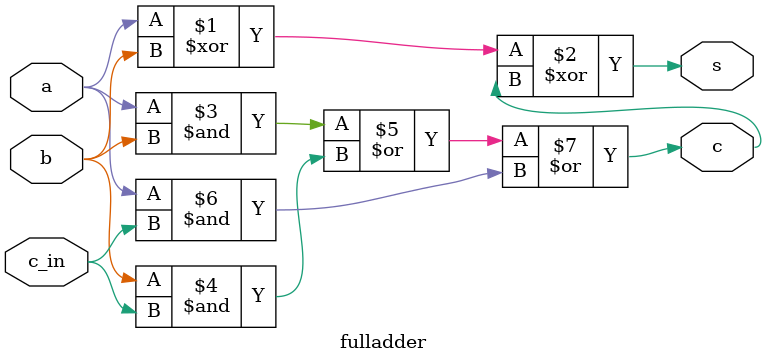
<source format=v>
module fulladder(input a, input b, input c_in, output s, output c);
  assign s=a^b^c;
  assign c=(a&b) |(b&c_in)|(a&c_in);
 endmodule
</source>
